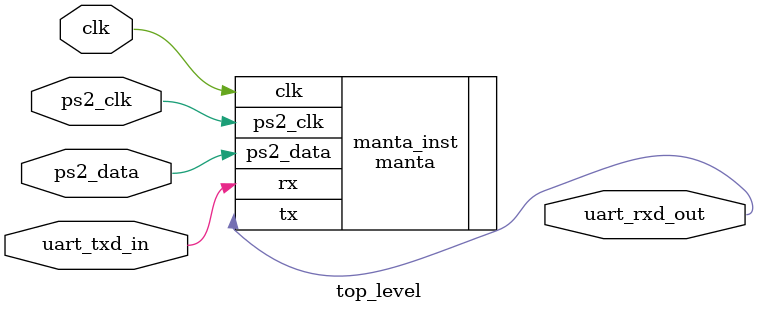
<source format=sv>
`default_nettype none
`timescale 1ns / 1ps

module top_level (
	input wire clk,

    input wire ps2_clk,
    input wire ps2_data,

	input wire uart_txd_in,
	output logic uart_rxd_out
	);

    manta manta_inst (
        .clk(clk),

        .rx(uart_txd_in),
        .tx(uart_rxd_out),

        .ps2_clk(ps2_clk),
        .ps2_data(ps2_data));

endmodule

`default_nettype wire
</source>
